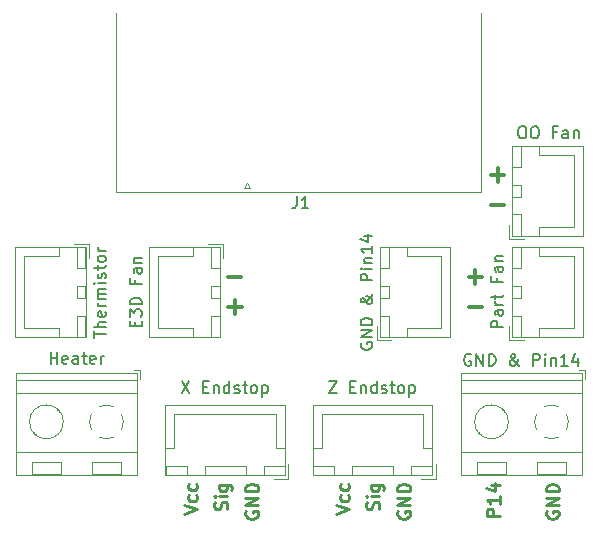
<source format=gbr>
%TF.GenerationSoftware,KiCad,Pcbnew,(5.0.2)-1*%
%TF.CreationDate,2019-02-14T19:53:03+01:00*%
%TF.ProjectId,VGA-Terminal_JSTXH,5647412d-5465-4726-9d69-6e616c5f4a53,rev?*%
%TF.SameCoordinates,Original*%
%TF.FileFunction,Legend,Top*%
%TF.FilePolarity,Positive*%
%FSLAX46Y46*%
G04 Gerber Fmt 4.6, Leading zero omitted, Abs format (unit mm)*
G04 Created by KiCad (PCBNEW (5.0.2)-1) date 14.02.2019 19:53:03*
%MOMM*%
%LPD*%
G01*
G04 APERTURE LIST*
%ADD10C,0.300000*%
%ADD11C,0.275000*%
%ADD12C,0.120000*%
%ADD13C,0.150000*%
G04 APERTURE END LIST*
D10*
X130921428Y-78607142D02*
X129778571Y-78607142D01*
X130951428Y-76057142D02*
X129808571Y-76057142D01*
X130380000Y-76628571D02*
X130380000Y-75485714D01*
X108701428Y-87227142D02*
X107558571Y-87227142D01*
X108130000Y-87798571D02*
X108130000Y-86655714D01*
X108681428Y-84647142D02*
X107538571Y-84647142D01*
X129061428Y-87267142D02*
X127918571Y-87267142D01*
X129061428Y-84677142D02*
X127918571Y-84677142D01*
X128490000Y-85248571D02*
X128490000Y-84105714D01*
D11*
X130537619Y-104927142D02*
X129437619Y-104927142D01*
X129437619Y-104508094D01*
X129490000Y-104403332D01*
X129542380Y-104350951D01*
X129647142Y-104298570D01*
X129804285Y-104298570D01*
X129909047Y-104350951D01*
X129961428Y-104403332D01*
X130013809Y-104508094D01*
X130013809Y-104927142D01*
X130537619Y-103250951D02*
X130537619Y-103879523D01*
X130537619Y-103565237D02*
X129437619Y-103565237D01*
X129594761Y-103669999D01*
X129699523Y-103774761D01*
X129751904Y-103879523D01*
X129804285Y-102308094D02*
X130537619Y-102308094D01*
X129385238Y-102569999D02*
X130170952Y-102831904D01*
X130170952Y-102150951D01*
X134520000Y-104518095D02*
X134467619Y-104622857D01*
X134467619Y-104780000D01*
X134520000Y-104937142D01*
X134624761Y-105041904D01*
X134729523Y-105094285D01*
X134939047Y-105146666D01*
X135096190Y-105146666D01*
X135305714Y-105094285D01*
X135410476Y-105041904D01*
X135515238Y-104937142D01*
X135567619Y-104780000D01*
X135567619Y-104675238D01*
X135515238Y-104518095D01*
X135462857Y-104465714D01*
X135096190Y-104465714D01*
X135096190Y-104675238D01*
X135567619Y-103994285D02*
X134467619Y-103994285D01*
X135567619Y-103365714D01*
X134467619Y-103365714D01*
X135567619Y-102841904D02*
X134467619Y-102841904D01*
X134467619Y-102580000D01*
X134520000Y-102422857D01*
X134624761Y-102318095D01*
X134729523Y-102265714D01*
X134939047Y-102213333D01*
X135096190Y-102213333D01*
X135305714Y-102265714D01*
X135410476Y-102318095D01*
X135515238Y-102422857D01*
X135567619Y-102580000D01*
X135567619Y-102841904D01*
X121930000Y-104508095D02*
X121877619Y-104612857D01*
X121877619Y-104770000D01*
X121930000Y-104927142D01*
X122034761Y-105031904D01*
X122139523Y-105084285D01*
X122349047Y-105136666D01*
X122506190Y-105136666D01*
X122715714Y-105084285D01*
X122820476Y-105031904D01*
X122925238Y-104927142D01*
X122977619Y-104770000D01*
X122977619Y-104665238D01*
X122925238Y-104508095D01*
X122872857Y-104455714D01*
X122506190Y-104455714D01*
X122506190Y-104665238D01*
X122977619Y-103984285D02*
X121877619Y-103984285D01*
X122977619Y-103355714D01*
X121877619Y-103355714D01*
X122977619Y-102831904D02*
X121877619Y-102831904D01*
X121877619Y-102570000D01*
X121930000Y-102412857D01*
X122034761Y-102308095D01*
X122139523Y-102255714D01*
X122349047Y-102203333D01*
X122506190Y-102203333D01*
X122715714Y-102255714D01*
X122820476Y-102308095D01*
X122925238Y-102412857D01*
X122977619Y-102570000D01*
X122977619Y-102831904D01*
X120295238Y-104350952D02*
X120347619Y-104193809D01*
X120347619Y-103931904D01*
X120295238Y-103827143D01*
X120242857Y-103774762D01*
X120138095Y-103722381D01*
X120033333Y-103722381D01*
X119928571Y-103774762D01*
X119876190Y-103827143D01*
X119823809Y-103931904D01*
X119771428Y-104141428D01*
X119719047Y-104246190D01*
X119666666Y-104298571D01*
X119561904Y-104350952D01*
X119457142Y-104350952D01*
X119352380Y-104298571D01*
X119300000Y-104246190D01*
X119247619Y-104141428D01*
X119247619Y-103879523D01*
X119300000Y-103722381D01*
X120347619Y-103250952D02*
X119614285Y-103250952D01*
X119247619Y-103250952D02*
X119300000Y-103303333D01*
X119352380Y-103250952D01*
X119300000Y-103198571D01*
X119247619Y-103250952D01*
X119352380Y-103250952D01*
X119614285Y-102255714D02*
X120504761Y-102255714D01*
X120609523Y-102308095D01*
X120661904Y-102360476D01*
X120714285Y-102465238D01*
X120714285Y-102622381D01*
X120661904Y-102727143D01*
X120295238Y-102255714D02*
X120347619Y-102360476D01*
X120347619Y-102570000D01*
X120295238Y-102674762D01*
X120242857Y-102727143D01*
X120138095Y-102779523D01*
X119823809Y-102779523D01*
X119719047Y-102727143D01*
X119666666Y-102674762D01*
X119614285Y-102570000D01*
X119614285Y-102360476D01*
X119666666Y-102255714D01*
X116687619Y-104717618D02*
X117787619Y-104350952D01*
X116687619Y-103984285D01*
X117735238Y-103146190D02*
X117787619Y-103250952D01*
X117787619Y-103460475D01*
X117735238Y-103565237D01*
X117682857Y-103617618D01*
X117578095Y-103669999D01*
X117263809Y-103669999D01*
X117159047Y-103617618D01*
X117106666Y-103565237D01*
X117054285Y-103460475D01*
X117054285Y-103250952D01*
X117106666Y-103146190D01*
X117735238Y-102203333D02*
X117787619Y-102308095D01*
X117787619Y-102517618D01*
X117735238Y-102622380D01*
X117682857Y-102674761D01*
X117578095Y-102727142D01*
X117263809Y-102727142D01*
X117159047Y-102674761D01*
X117106666Y-102622380D01*
X117054285Y-102517618D01*
X117054285Y-102308095D01*
X117106666Y-102203333D01*
X109070000Y-104508095D02*
X109017619Y-104612857D01*
X109017619Y-104770000D01*
X109070000Y-104927142D01*
X109174761Y-105031904D01*
X109279523Y-105084285D01*
X109489047Y-105136666D01*
X109646190Y-105136666D01*
X109855714Y-105084285D01*
X109960476Y-105031904D01*
X110065238Y-104927142D01*
X110117619Y-104770000D01*
X110117619Y-104665238D01*
X110065238Y-104508095D01*
X110012857Y-104455714D01*
X109646190Y-104455714D01*
X109646190Y-104665238D01*
X110117619Y-103984285D02*
X109017619Y-103984285D01*
X110117619Y-103355714D01*
X109017619Y-103355714D01*
X110117619Y-102831904D02*
X109017619Y-102831904D01*
X109017619Y-102570000D01*
X109070000Y-102412857D01*
X109174761Y-102308095D01*
X109279523Y-102255714D01*
X109489047Y-102203333D01*
X109646190Y-102203333D01*
X109855714Y-102255714D01*
X109960476Y-102308095D01*
X110065238Y-102412857D01*
X110117619Y-102570000D01*
X110117619Y-102831904D01*
X107435238Y-104350952D02*
X107487619Y-104193809D01*
X107487619Y-103931904D01*
X107435238Y-103827143D01*
X107382857Y-103774762D01*
X107278095Y-103722381D01*
X107173333Y-103722381D01*
X107068571Y-103774762D01*
X107016190Y-103827143D01*
X106963809Y-103931904D01*
X106911428Y-104141428D01*
X106859047Y-104246190D01*
X106806666Y-104298571D01*
X106701904Y-104350952D01*
X106597142Y-104350952D01*
X106492380Y-104298571D01*
X106440000Y-104246190D01*
X106387619Y-104141428D01*
X106387619Y-103879523D01*
X106440000Y-103722381D01*
X107487619Y-103250952D02*
X106754285Y-103250952D01*
X106387619Y-103250952D02*
X106440000Y-103303333D01*
X106492380Y-103250952D01*
X106440000Y-103198571D01*
X106387619Y-103250952D01*
X106492380Y-103250952D01*
X106754285Y-102255714D02*
X107644761Y-102255714D01*
X107749523Y-102308095D01*
X107801904Y-102360476D01*
X107854285Y-102465238D01*
X107854285Y-102622381D01*
X107801904Y-102727143D01*
X107435238Y-102255714D02*
X107487619Y-102360476D01*
X107487619Y-102570000D01*
X107435238Y-102674762D01*
X107382857Y-102727143D01*
X107278095Y-102779523D01*
X106963809Y-102779523D01*
X106859047Y-102727143D01*
X106806666Y-102674762D01*
X106754285Y-102570000D01*
X106754285Y-102360476D01*
X106806666Y-102255714D01*
X103827619Y-104717618D02*
X104927619Y-104350952D01*
X103827619Y-103984285D01*
X104875238Y-103146190D02*
X104927619Y-103250952D01*
X104927619Y-103460475D01*
X104875238Y-103565237D01*
X104822857Y-103617618D01*
X104718095Y-103669999D01*
X104403809Y-103669999D01*
X104299047Y-103617618D01*
X104246666Y-103565237D01*
X104194285Y-103460475D01*
X104194285Y-103250952D01*
X104246666Y-103146190D01*
X104875238Y-102203333D02*
X104927619Y-102308095D01*
X104927619Y-102517618D01*
X104875238Y-102622380D01*
X104822857Y-102674761D01*
X104718095Y-102727142D01*
X104403809Y-102727142D01*
X104299047Y-102674761D01*
X104246666Y-102622380D01*
X104194285Y-102517618D01*
X104194285Y-102308095D01*
X104246666Y-102203333D01*
D12*
X134303129Y-95664725D02*
G75*
G02X134930000Y-95520000I626871J-1285275D01*
G01*
X133644176Y-97577362D02*
G75*
G02X133644000Y-96323000I1285824J627362D01*
G01*
X135557362Y-98235824D02*
G75*
G02X134303000Y-98236000I-627362J1285824D01*
G01*
X136216611Y-96323254D02*
G75*
G02X136216000Y-97578000I-1286611J-626746D01*
G01*
X134905720Y-95519060D02*
G75*
G02X135558000Y-95664000I24280J-1430940D01*
G01*
X131280000Y-96950000D02*
G75*
G03X131280000Y-96950000I-1430000J0D01*
G01*
X137530000Y-93400000D02*
X127250000Y-93400000D01*
X137530000Y-94500000D02*
X127250000Y-94500000D01*
X137530000Y-99500000D02*
X127250000Y-99500000D01*
X137530000Y-101410000D02*
X127250000Y-101410000D01*
X137530000Y-92840000D02*
X127250000Y-92840000D01*
X137530000Y-101410000D02*
X137530000Y-92840000D01*
X127250000Y-101410000D02*
X127250000Y-92840000D01*
X136180000Y-101350000D02*
X133680000Y-101350000D01*
X136180000Y-100350000D02*
X133680000Y-100350000D01*
X136180000Y-101350000D02*
X136180000Y-100350000D01*
X133680000Y-101350000D02*
X133680000Y-100350000D01*
X128765000Y-97860000D02*
X128825000Y-97801000D01*
X130720000Y-95905000D02*
X130760000Y-95865000D01*
X128939000Y-98035000D02*
X128979000Y-97995000D01*
X130874000Y-96100000D02*
X130934000Y-96040000D01*
X131100000Y-101350000D02*
X128600000Y-101350000D01*
X131100000Y-100350000D02*
X128600000Y-100350000D01*
X131100000Y-101350000D02*
X131100000Y-100350000D01*
X128600000Y-101350000D02*
X128600000Y-100350000D01*
X137770000Y-93340000D02*
X137770000Y-92600000D01*
X137770000Y-92600000D02*
X137270000Y-92600000D01*
X131320000Y-81490000D02*
X132570000Y-81490000D01*
X131320000Y-80240000D02*
X131320000Y-81490000D01*
X136820000Y-74340000D02*
X136820000Y-77390000D01*
X133870000Y-74340000D02*
X136820000Y-74340000D01*
X133870000Y-73590000D02*
X133870000Y-74340000D01*
X136820000Y-80440000D02*
X136820000Y-77390000D01*
X133870000Y-80440000D02*
X136820000Y-80440000D01*
X133870000Y-81190000D02*
X133870000Y-80440000D01*
X131620000Y-73590000D02*
X131620000Y-75390000D01*
X132370000Y-73590000D02*
X131620000Y-73590000D01*
X132370000Y-75390000D02*
X132370000Y-73590000D01*
X131620000Y-75390000D02*
X132370000Y-75390000D01*
X131620000Y-79390000D02*
X131620000Y-81190000D01*
X132370000Y-79390000D02*
X131620000Y-79390000D01*
X132370000Y-81190000D02*
X132370000Y-79390000D01*
X131620000Y-81190000D02*
X132370000Y-81190000D01*
X131620000Y-76890000D02*
X131620000Y-77890000D01*
X132370000Y-76890000D02*
X131620000Y-76890000D01*
X132370000Y-77890000D02*
X132370000Y-76890000D01*
X131620000Y-77890000D02*
X132370000Y-77890000D01*
X131610000Y-73580000D02*
X131610000Y-81200000D01*
X137580000Y-73580000D02*
X131610000Y-73580000D01*
X137580000Y-81200000D02*
X137580000Y-73580000D01*
X131610000Y-81200000D02*
X137580000Y-81200000D01*
X131610000Y-89760000D02*
X137580000Y-89760000D01*
X137580000Y-89760000D02*
X137580000Y-82140000D01*
X137580000Y-82140000D02*
X131610000Y-82140000D01*
X131610000Y-82140000D02*
X131610000Y-89760000D01*
X131620000Y-86450000D02*
X132370000Y-86450000D01*
X132370000Y-86450000D02*
X132370000Y-85450000D01*
X132370000Y-85450000D02*
X131620000Y-85450000D01*
X131620000Y-85450000D02*
X131620000Y-86450000D01*
X131620000Y-89750000D02*
X132370000Y-89750000D01*
X132370000Y-89750000D02*
X132370000Y-87950000D01*
X132370000Y-87950000D02*
X131620000Y-87950000D01*
X131620000Y-87950000D02*
X131620000Y-89750000D01*
X131620000Y-83950000D02*
X132370000Y-83950000D01*
X132370000Y-83950000D02*
X132370000Y-82150000D01*
X132370000Y-82150000D02*
X131620000Y-82150000D01*
X131620000Y-82150000D02*
X131620000Y-83950000D01*
X133870000Y-89750000D02*
X133870000Y-89000000D01*
X133870000Y-89000000D02*
X136820000Y-89000000D01*
X136820000Y-89000000D02*
X136820000Y-85950000D01*
X133870000Y-82150000D02*
X133870000Y-82900000D01*
X133870000Y-82900000D02*
X136820000Y-82900000D01*
X136820000Y-82900000D02*
X136820000Y-85950000D01*
X131320000Y-88800000D02*
X131320000Y-90050000D01*
X131320000Y-90050000D02*
X132570000Y-90050000D01*
X120120000Y-90050000D02*
X121370000Y-90050000D01*
X120120000Y-88800000D02*
X120120000Y-90050000D01*
X125620000Y-82900000D02*
X125620000Y-85950000D01*
X122670000Y-82900000D02*
X125620000Y-82900000D01*
X122670000Y-82150000D02*
X122670000Y-82900000D01*
X125620000Y-89000000D02*
X125620000Y-85950000D01*
X122670000Y-89000000D02*
X125620000Y-89000000D01*
X122670000Y-89750000D02*
X122670000Y-89000000D01*
X120420000Y-82150000D02*
X120420000Y-83950000D01*
X121170000Y-82150000D02*
X120420000Y-82150000D01*
X121170000Y-83950000D02*
X121170000Y-82150000D01*
X120420000Y-83950000D02*
X121170000Y-83950000D01*
X120420000Y-87950000D02*
X120420000Y-89750000D01*
X121170000Y-87950000D02*
X120420000Y-87950000D01*
X121170000Y-89750000D02*
X121170000Y-87950000D01*
X120420000Y-89750000D02*
X121170000Y-89750000D01*
X120420000Y-85450000D02*
X120420000Y-86450000D01*
X121170000Y-85450000D02*
X120420000Y-85450000D01*
X121170000Y-86450000D02*
X121170000Y-85450000D01*
X120420000Y-86450000D02*
X121170000Y-86450000D01*
X120410000Y-82140000D02*
X120410000Y-89760000D01*
X126380000Y-82140000D02*
X120410000Y-82140000D01*
X126380000Y-89760000D02*
X126380000Y-82140000D01*
X120410000Y-89760000D02*
X126380000Y-89760000D01*
X106840000Y-82140000D02*
X100870000Y-82140000D01*
X100870000Y-82140000D02*
X100870000Y-89760000D01*
X100870000Y-89760000D02*
X106840000Y-89760000D01*
X106840000Y-89760000D02*
X106840000Y-82140000D01*
X106830000Y-85450000D02*
X106080000Y-85450000D01*
X106080000Y-85450000D02*
X106080000Y-86450000D01*
X106080000Y-86450000D02*
X106830000Y-86450000D01*
X106830000Y-86450000D02*
X106830000Y-85450000D01*
X106830000Y-82150000D02*
X106080000Y-82150000D01*
X106080000Y-82150000D02*
X106080000Y-83950000D01*
X106080000Y-83950000D02*
X106830000Y-83950000D01*
X106830000Y-83950000D02*
X106830000Y-82150000D01*
X106830000Y-87950000D02*
X106080000Y-87950000D01*
X106080000Y-87950000D02*
X106080000Y-89750000D01*
X106080000Y-89750000D02*
X106830000Y-89750000D01*
X106830000Y-89750000D02*
X106830000Y-87950000D01*
X104580000Y-82150000D02*
X104580000Y-82900000D01*
X104580000Y-82900000D02*
X101630000Y-82900000D01*
X101630000Y-82900000D02*
X101630000Y-85950000D01*
X104580000Y-89750000D02*
X104580000Y-89000000D01*
X104580000Y-89000000D02*
X101630000Y-89000000D01*
X101630000Y-89000000D02*
X101630000Y-85950000D01*
X107130000Y-83100000D02*
X107130000Y-81850000D01*
X107130000Y-81850000D02*
X105880000Y-81850000D01*
X125130000Y-101750000D02*
X125130000Y-100500000D01*
X123880000Y-101750000D02*
X125130000Y-101750000D01*
X115480000Y-96250000D02*
X119780000Y-96250000D01*
X115480000Y-99200000D02*
X115480000Y-96250000D01*
X114730000Y-99200000D02*
X115480000Y-99200000D01*
X124080000Y-96250000D02*
X119780000Y-96250000D01*
X124080000Y-99200000D02*
X124080000Y-96250000D01*
X124830000Y-99200000D02*
X124080000Y-99200000D01*
X114730000Y-101450000D02*
X116530000Y-101450000D01*
X114730000Y-100700000D02*
X114730000Y-101450000D01*
X116530000Y-100700000D02*
X114730000Y-100700000D01*
X116530000Y-101450000D02*
X116530000Y-100700000D01*
X123030000Y-101450000D02*
X124830000Y-101450000D01*
X123030000Y-100700000D02*
X123030000Y-101450000D01*
X124830000Y-100700000D02*
X123030000Y-100700000D01*
X124830000Y-101450000D02*
X124830000Y-100700000D01*
X118030000Y-101450000D02*
X121530000Y-101450000D01*
X118030000Y-100700000D02*
X118030000Y-101450000D01*
X121530000Y-100700000D02*
X118030000Y-100700000D01*
X121530000Y-101450000D02*
X121530000Y-100700000D01*
X114720000Y-101460000D02*
X124840000Y-101460000D01*
X114720000Y-95490000D02*
X114720000Y-101460000D01*
X124840000Y-95490000D02*
X114720000Y-95490000D01*
X124840000Y-101460000D02*
X124840000Y-95490000D01*
X112370000Y-101460000D02*
X112370000Y-95490000D01*
X112370000Y-95490000D02*
X102250000Y-95490000D01*
X102250000Y-95490000D02*
X102250000Y-101460000D01*
X102250000Y-101460000D02*
X112370000Y-101460000D01*
X109060000Y-101450000D02*
X109060000Y-100700000D01*
X109060000Y-100700000D02*
X105560000Y-100700000D01*
X105560000Y-100700000D02*
X105560000Y-101450000D01*
X105560000Y-101450000D02*
X109060000Y-101450000D01*
X112360000Y-101450000D02*
X112360000Y-100700000D01*
X112360000Y-100700000D02*
X110560000Y-100700000D01*
X110560000Y-100700000D02*
X110560000Y-101450000D01*
X110560000Y-101450000D02*
X112360000Y-101450000D01*
X104060000Y-101450000D02*
X104060000Y-100700000D01*
X104060000Y-100700000D02*
X102260000Y-100700000D01*
X102260000Y-100700000D02*
X102260000Y-101450000D01*
X102260000Y-101450000D02*
X104060000Y-101450000D01*
X112360000Y-99200000D02*
X111610000Y-99200000D01*
X111610000Y-99200000D02*
X111610000Y-96250000D01*
X111610000Y-96250000D02*
X107310000Y-96250000D01*
X102260000Y-99200000D02*
X103010000Y-99200000D01*
X103010000Y-99200000D02*
X103010000Y-96250000D01*
X103010000Y-96250000D02*
X107310000Y-96250000D01*
X111410000Y-101750000D02*
X112660000Y-101750000D01*
X112660000Y-101750000D02*
X112660000Y-100500000D01*
X95480000Y-82140000D02*
X89510000Y-82140000D01*
X89510000Y-82140000D02*
X89510000Y-89760000D01*
X89510000Y-89760000D02*
X95480000Y-89760000D01*
X95480000Y-89760000D02*
X95480000Y-82140000D01*
X95470000Y-85450000D02*
X94720000Y-85450000D01*
X94720000Y-85450000D02*
X94720000Y-86450000D01*
X94720000Y-86450000D02*
X95470000Y-86450000D01*
X95470000Y-86450000D02*
X95470000Y-85450000D01*
X95470000Y-82150000D02*
X94720000Y-82150000D01*
X94720000Y-82150000D02*
X94720000Y-83950000D01*
X94720000Y-83950000D02*
X95470000Y-83950000D01*
X95470000Y-83950000D02*
X95470000Y-82150000D01*
X95470000Y-87950000D02*
X94720000Y-87950000D01*
X94720000Y-87950000D02*
X94720000Y-89750000D01*
X94720000Y-89750000D02*
X95470000Y-89750000D01*
X95470000Y-89750000D02*
X95470000Y-87950000D01*
X93220000Y-82150000D02*
X93220000Y-82900000D01*
X93220000Y-82900000D02*
X90270000Y-82900000D01*
X90270000Y-82900000D02*
X90270000Y-85950000D01*
X93220000Y-89750000D02*
X93220000Y-89000000D01*
X93220000Y-89000000D02*
X90270000Y-89000000D01*
X90270000Y-89000000D02*
X90270000Y-85950000D01*
X95770000Y-83100000D02*
X95770000Y-81850000D01*
X95770000Y-81850000D02*
X94520000Y-81850000D01*
X96623129Y-95664725D02*
G75*
G02X97250000Y-95520000I626871J-1285275D01*
G01*
X95964176Y-97577362D02*
G75*
G02X95964000Y-96323000I1285824J627362D01*
G01*
X97877362Y-98235824D02*
G75*
G02X96623000Y-98236000I-627362J1285824D01*
G01*
X98536611Y-96323254D02*
G75*
G02X98536000Y-97578000I-1286611J-626746D01*
G01*
X97225720Y-95519060D02*
G75*
G02X97878000Y-95664000I24280J-1430940D01*
G01*
X93600000Y-96950000D02*
G75*
G03X93600000Y-96950000I-1430000J0D01*
G01*
X99850000Y-93400000D02*
X89570000Y-93400000D01*
X99850000Y-94500000D02*
X89570000Y-94500000D01*
X99850000Y-99500000D02*
X89570000Y-99500000D01*
X99850000Y-101410000D02*
X89570000Y-101410000D01*
X99850000Y-92840000D02*
X89570000Y-92840000D01*
X99850000Y-101410000D02*
X99850000Y-92840000D01*
X89570000Y-101410000D02*
X89570000Y-92840000D01*
X98500000Y-101350000D02*
X96000000Y-101350000D01*
X98500000Y-100350000D02*
X96000000Y-100350000D01*
X98500000Y-101350000D02*
X98500000Y-100350000D01*
X96000000Y-101350000D02*
X96000000Y-100350000D01*
X91085000Y-97860000D02*
X91145000Y-97801000D01*
X93040000Y-95905000D02*
X93080000Y-95865000D01*
X91259000Y-98035000D02*
X91299000Y-97995000D01*
X93194000Y-96100000D02*
X93254000Y-96040000D01*
X93420000Y-101350000D02*
X90920000Y-101350000D01*
X93420000Y-100350000D02*
X90920000Y-100350000D01*
X93420000Y-101350000D02*
X93420000Y-100350000D01*
X90920000Y-101350000D02*
X90920000Y-100350000D01*
X100090000Y-93340000D02*
X100090000Y-92600000D01*
X100090000Y-92600000D02*
X99590000Y-92600000D01*
X109190000Y-76701325D02*
X109440000Y-77134338D01*
X108940000Y-77134338D02*
X109190000Y-76701325D01*
X109440000Y-77134338D02*
X108940000Y-77134338D01*
X98020000Y-77490000D02*
X98020000Y-62350000D01*
X128990000Y-77490000D02*
X98020000Y-77490000D01*
X128990000Y-62350000D02*
X128990000Y-77490000D01*
D13*
X128104285Y-91240000D02*
X128009047Y-91192380D01*
X127866190Y-91192380D01*
X127723333Y-91240000D01*
X127628095Y-91335238D01*
X127580476Y-91430476D01*
X127532857Y-91620952D01*
X127532857Y-91763809D01*
X127580476Y-91954285D01*
X127628095Y-92049523D01*
X127723333Y-92144761D01*
X127866190Y-92192380D01*
X127961428Y-92192380D01*
X128104285Y-92144761D01*
X128151904Y-92097142D01*
X128151904Y-91763809D01*
X127961428Y-91763809D01*
X128580476Y-92192380D02*
X128580476Y-91192380D01*
X129151904Y-92192380D01*
X129151904Y-91192380D01*
X129628095Y-92192380D02*
X129628095Y-91192380D01*
X129866190Y-91192380D01*
X130009047Y-91240000D01*
X130104285Y-91335238D01*
X130151904Y-91430476D01*
X130199523Y-91620952D01*
X130199523Y-91763809D01*
X130151904Y-91954285D01*
X130104285Y-92049523D01*
X130009047Y-92144761D01*
X129866190Y-92192380D01*
X129628095Y-92192380D01*
X132199523Y-92192380D02*
X132151904Y-92192380D01*
X132056666Y-92144761D01*
X131913809Y-92001904D01*
X131675714Y-91716190D01*
X131580476Y-91573333D01*
X131532857Y-91430476D01*
X131532857Y-91335238D01*
X131580476Y-91240000D01*
X131675714Y-91192380D01*
X131723333Y-91192380D01*
X131818571Y-91240000D01*
X131866190Y-91335238D01*
X131866190Y-91382857D01*
X131818571Y-91478095D01*
X131770952Y-91525714D01*
X131485238Y-91716190D01*
X131437619Y-91763809D01*
X131390000Y-91859047D01*
X131390000Y-92001904D01*
X131437619Y-92097142D01*
X131485238Y-92144761D01*
X131580476Y-92192380D01*
X131723333Y-92192380D01*
X131818571Y-92144761D01*
X131866190Y-92097142D01*
X132009047Y-91906666D01*
X132056666Y-91763809D01*
X132056666Y-91668571D01*
X133390000Y-92192380D02*
X133390000Y-91192380D01*
X133770952Y-91192380D01*
X133866190Y-91240000D01*
X133913809Y-91287619D01*
X133961428Y-91382857D01*
X133961428Y-91525714D01*
X133913809Y-91620952D01*
X133866190Y-91668571D01*
X133770952Y-91716190D01*
X133390000Y-91716190D01*
X134390000Y-92192380D02*
X134390000Y-91525714D01*
X134390000Y-91192380D02*
X134342380Y-91240000D01*
X134390000Y-91287619D01*
X134437619Y-91240000D01*
X134390000Y-91192380D01*
X134390000Y-91287619D01*
X134866190Y-91525714D02*
X134866190Y-92192380D01*
X134866190Y-91620952D02*
X134913809Y-91573333D01*
X135009047Y-91525714D01*
X135151904Y-91525714D01*
X135247142Y-91573333D01*
X135294761Y-91668571D01*
X135294761Y-92192380D01*
X136294761Y-92192380D02*
X135723333Y-92192380D01*
X136009047Y-92192380D02*
X136009047Y-91192380D01*
X135913809Y-91335238D01*
X135818571Y-91430476D01*
X135723333Y-91478095D01*
X137151904Y-91525714D02*
X137151904Y-92192380D01*
X136913809Y-91144761D02*
X136675714Y-91859047D01*
X137294761Y-91859047D01*
X132376666Y-71932380D02*
X132567142Y-71932380D01*
X132662380Y-71980000D01*
X132757619Y-72075238D01*
X132805238Y-72265714D01*
X132805238Y-72599047D01*
X132757619Y-72789523D01*
X132662380Y-72884761D01*
X132567142Y-72932380D01*
X132376666Y-72932380D01*
X132281428Y-72884761D01*
X132186190Y-72789523D01*
X132138571Y-72599047D01*
X132138571Y-72265714D01*
X132186190Y-72075238D01*
X132281428Y-71980000D01*
X132376666Y-71932380D01*
X133424285Y-71932380D02*
X133614761Y-71932380D01*
X133710000Y-71980000D01*
X133805238Y-72075238D01*
X133852857Y-72265714D01*
X133852857Y-72599047D01*
X133805238Y-72789523D01*
X133710000Y-72884761D01*
X133614761Y-72932380D01*
X133424285Y-72932380D01*
X133329047Y-72884761D01*
X133233809Y-72789523D01*
X133186190Y-72599047D01*
X133186190Y-72265714D01*
X133233809Y-72075238D01*
X133329047Y-71980000D01*
X133424285Y-71932380D01*
X135376666Y-72408571D02*
X135043333Y-72408571D01*
X135043333Y-72932380D02*
X135043333Y-71932380D01*
X135519523Y-71932380D01*
X136329047Y-72932380D02*
X136329047Y-72408571D01*
X136281428Y-72313333D01*
X136186190Y-72265714D01*
X135995714Y-72265714D01*
X135900476Y-72313333D01*
X136329047Y-72884761D02*
X136233809Y-72932380D01*
X135995714Y-72932380D01*
X135900476Y-72884761D01*
X135852857Y-72789523D01*
X135852857Y-72694285D01*
X135900476Y-72599047D01*
X135995714Y-72551428D01*
X136233809Y-72551428D01*
X136329047Y-72503809D01*
X136805238Y-72265714D02*
X136805238Y-72932380D01*
X136805238Y-72360952D02*
X136852857Y-72313333D01*
X136948095Y-72265714D01*
X137090952Y-72265714D01*
X137186190Y-72313333D01*
X137233809Y-72408571D01*
X137233809Y-72932380D01*
X130822380Y-88943809D02*
X129822380Y-88943809D01*
X129822380Y-88562857D01*
X129870000Y-88467619D01*
X129917619Y-88420000D01*
X130012857Y-88372380D01*
X130155714Y-88372380D01*
X130250952Y-88420000D01*
X130298571Y-88467619D01*
X130346190Y-88562857D01*
X130346190Y-88943809D01*
X130822380Y-87515238D02*
X130298571Y-87515238D01*
X130203333Y-87562857D01*
X130155714Y-87658095D01*
X130155714Y-87848571D01*
X130203333Y-87943809D01*
X130774761Y-87515238D02*
X130822380Y-87610476D01*
X130822380Y-87848571D01*
X130774761Y-87943809D01*
X130679523Y-87991428D01*
X130584285Y-87991428D01*
X130489047Y-87943809D01*
X130441428Y-87848571D01*
X130441428Y-87610476D01*
X130393809Y-87515238D01*
X130822380Y-87039047D02*
X130155714Y-87039047D01*
X130346190Y-87039047D02*
X130250952Y-86991428D01*
X130203333Y-86943809D01*
X130155714Y-86848571D01*
X130155714Y-86753333D01*
X130155714Y-86562857D02*
X130155714Y-86181904D01*
X129822380Y-86420000D02*
X130679523Y-86420000D01*
X130774761Y-86372380D01*
X130822380Y-86277142D01*
X130822380Y-86181904D01*
X130298571Y-84753333D02*
X130298571Y-85086666D01*
X130822380Y-85086666D02*
X129822380Y-85086666D01*
X129822380Y-84610476D01*
X130822380Y-83800952D02*
X130298571Y-83800952D01*
X130203333Y-83848571D01*
X130155714Y-83943809D01*
X130155714Y-84134285D01*
X130203333Y-84229523D01*
X130774761Y-83800952D02*
X130822380Y-83896190D01*
X130822380Y-84134285D01*
X130774761Y-84229523D01*
X130679523Y-84277142D01*
X130584285Y-84277142D01*
X130489047Y-84229523D01*
X130441428Y-84134285D01*
X130441428Y-83896190D01*
X130393809Y-83800952D01*
X130155714Y-83324761D02*
X130822380Y-83324761D01*
X130250952Y-83324761D02*
X130203333Y-83277142D01*
X130155714Y-83181904D01*
X130155714Y-83039047D01*
X130203333Y-82943809D01*
X130298571Y-82896190D01*
X130822380Y-82896190D01*
X118810000Y-90255714D02*
X118762380Y-90350952D01*
X118762380Y-90493809D01*
X118810000Y-90636666D01*
X118905238Y-90731904D01*
X119000476Y-90779523D01*
X119190952Y-90827142D01*
X119333809Y-90827142D01*
X119524285Y-90779523D01*
X119619523Y-90731904D01*
X119714761Y-90636666D01*
X119762380Y-90493809D01*
X119762380Y-90398571D01*
X119714761Y-90255714D01*
X119667142Y-90208095D01*
X119333809Y-90208095D01*
X119333809Y-90398571D01*
X119762380Y-89779523D02*
X118762380Y-89779523D01*
X119762380Y-89208095D01*
X118762380Y-89208095D01*
X119762380Y-88731904D02*
X118762380Y-88731904D01*
X118762380Y-88493809D01*
X118810000Y-88350952D01*
X118905238Y-88255714D01*
X119000476Y-88208095D01*
X119190952Y-88160476D01*
X119333809Y-88160476D01*
X119524285Y-88208095D01*
X119619523Y-88255714D01*
X119714761Y-88350952D01*
X119762380Y-88493809D01*
X119762380Y-88731904D01*
X119762380Y-86160476D02*
X119762380Y-86208095D01*
X119714761Y-86303333D01*
X119571904Y-86446190D01*
X119286190Y-86684285D01*
X119143333Y-86779523D01*
X119000476Y-86827142D01*
X118905238Y-86827142D01*
X118810000Y-86779523D01*
X118762380Y-86684285D01*
X118762380Y-86636666D01*
X118810000Y-86541428D01*
X118905238Y-86493809D01*
X118952857Y-86493809D01*
X119048095Y-86541428D01*
X119095714Y-86589047D01*
X119286190Y-86874761D01*
X119333809Y-86922380D01*
X119429047Y-86970000D01*
X119571904Y-86970000D01*
X119667142Y-86922380D01*
X119714761Y-86874761D01*
X119762380Y-86779523D01*
X119762380Y-86636666D01*
X119714761Y-86541428D01*
X119667142Y-86493809D01*
X119476666Y-86350952D01*
X119333809Y-86303333D01*
X119238571Y-86303333D01*
X119762380Y-84970000D02*
X118762380Y-84970000D01*
X118762380Y-84589047D01*
X118810000Y-84493809D01*
X118857619Y-84446190D01*
X118952857Y-84398571D01*
X119095714Y-84398571D01*
X119190952Y-84446190D01*
X119238571Y-84493809D01*
X119286190Y-84589047D01*
X119286190Y-84970000D01*
X119762380Y-83970000D02*
X119095714Y-83970000D01*
X118762380Y-83970000D02*
X118810000Y-84017619D01*
X118857619Y-83970000D01*
X118810000Y-83922380D01*
X118762380Y-83970000D01*
X118857619Y-83970000D01*
X119095714Y-83493809D02*
X119762380Y-83493809D01*
X119190952Y-83493809D02*
X119143333Y-83446190D01*
X119095714Y-83350952D01*
X119095714Y-83208095D01*
X119143333Y-83112857D01*
X119238571Y-83065238D01*
X119762380Y-83065238D01*
X119762380Y-82065238D02*
X119762380Y-82636666D01*
X119762380Y-82350952D02*
X118762380Y-82350952D01*
X118905238Y-82446190D01*
X119000476Y-82541428D01*
X119048095Y-82636666D01*
X119095714Y-81208095D02*
X119762380Y-81208095D01*
X118714761Y-81446190D02*
X119429047Y-81684285D01*
X119429047Y-81065238D01*
X99708571Y-88854761D02*
X99708571Y-88521428D01*
X100232380Y-88378571D02*
X100232380Y-88854761D01*
X99232380Y-88854761D01*
X99232380Y-88378571D01*
X99232380Y-88045238D02*
X99232380Y-87426190D01*
X99613333Y-87759523D01*
X99613333Y-87616666D01*
X99660952Y-87521428D01*
X99708571Y-87473809D01*
X99803809Y-87426190D01*
X100041904Y-87426190D01*
X100137142Y-87473809D01*
X100184761Y-87521428D01*
X100232380Y-87616666D01*
X100232380Y-87902380D01*
X100184761Y-87997619D01*
X100137142Y-88045238D01*
X100232380Y-86997619D02*
X99232380Y-86997619D01*
X99232380Y-86759523D01*
X99280000Y-86616666D01*
X99375238Y-86521428D01*
X99470476Y-86473809D01*
X99660952Y-86426190D01*
X99803809Y-86426190D01*
X99994285Y-86473809D01*
X100089523Y-86521428D01*
X100184761Y-86616666D01*
X100232380Y-86759523D01*
X100232380Y-86997619D01*
X99708571Y-84902380D02*
X99708571Y-85235714D01*
X100232380Y-85235714D02*
X99232380Y-85235714D01*
X99232380Y-84759523D01*
X100232380Y-83950000D02*
X99708571Y-83950000D01*
X99613333Y-83997619D01*
X99565714Y-84092857D01*
X99565714Y-84283333D01*
X99613333Y-84378571D01*
X100184761Y-83950000D02*
X100232380Y-84045238D01*
X100232380Y-84283333D01*
X100184761Y-84378571D01*
X100089523Y-84426190D01*
X99994285Y-84426190D01*
X99899047Y-84378571D01*
X99851428Y-84283333D01*
X99851428Y-84045238D01*
X99803809Y-83950000D01*
X99565714Y-83473809D02*
X100232380Y-83473809D01*
X99660952Y-83473809D02*
X99613333Y-83426190D01*
X99565714Y-83330952D01*
X99565714Y-83188095D01*
X99613333Y-83092857D01*
X99708571Y-83045238D01*
X100232380Y-83045238D01*
X116083333Y-93512380D02*
X116750000Y-93512380D01*
X116083333Y-94512380D01*
X116750000Y-94512380D01*
X117892857Y-93988571D02*
X118226190Y-93988571D01*
X118369047Y-94512380D02*
X117892857Y-94512380D01*
X117892857Y-93512380D01*
X118369047Y-93512380D01*
X118797619Y-93845714D02*
X118797619Y-94512380D01*
X118797619Y-93940952D02*
X118845238Y-93893333D01*
X118940476Y-93845714D01*
X119083333Y-93845714D01*
X119178571Y-93893333D01*
X119226190Y-93988571D01*
X119226190Y-94512380D01*
X120130952Y-94512380D02*
X120130952Y-93512380D01*
X120130952Y-94464761D02*
X120035714Y-94512380D01*
X119845238Y-94512380D01*
X119750000Y-94464761D01*
X119702380Y-94417142D01*
X119654761Y-94321904D01*
X119654761Y-94036190D01*
X119702380Y-93940952D01*
X119750000Y-93893333D01*
X119845238Y-93845714D01*
X120035714Y-93845714D01*
X120130952Y-93893333D01*
X120559523Y-94464761D02*
X120654761Y-94512380D01*
X120845238Y-94512380D01*
X120940476Y-94464761D01*
X120988095Y-94369523D01*
X120988095Y-94321904D01*
X120940476Y-94226666D01*
X120845238Y-94179047D01*
X120702380Y-94179047D01*
X120607142Y-94131428D01*
X120559523Y-94036190D01*
X120559523Y-93988571D01*
X120607142Y-93893333D01*
X120702380Y-93845714D01*
X120845238Y-93845714D01*
X120940476Y-93893333D01*
X121273809Y-93845714D02*
X121654761Y-93845714D01*
X121416666Y-93512380D02*
X121416666Y-94369523D01*
X121464285Y-94464761D01*
X121559523Y-94512380D01*
X121654761Y-94512380D01*
X122130952Y-94512380D02*
X122035714Y-94464761D01*
X121988095Y-94417142D01*
X121940476Y-94321904D01*
X121940476Y-94036190D01*
X121988095Y-93940952D01*
X122035714Y-93893333D01*
X122130952Y-93845714D01*
X122273809Y-93845714D01*
X122369047Y-93893333D01*
X122416666Y-93940952D01*
X122464285Y-94036190D01*
X122464285Y-94321904D01*
X122416666Y-94417142D01*
X122369047Y-94464761D01*
X122273809Y-94512380D01*
X122130952Y-94512380D01*
X122892857Y-93845714D02*
X122892857Y-94845714D01*
X122892857Y-93893333D02*
X122988095Y-93845714D01*
X123178571Y-93845714D01*
X123273809Y-93893333D01*
X123321428Y-93940952D01*
X123369047Y-94036190D01*
X123369047Y-94321904D01*
X123321428Y-94417142D01*
X123273809Y-94464761D01*
X123178571Y-94512380D01*
X122988095Y-94512380D01*
X122892857Y-94464761D01*
X103613333Y-93512380D02*
X104280000Y-94512380D01*
X104280000Y-93512380D02*
X103613333Y-94512380D01*
X105422857Y-93988571D02*
X105756190Y-93988571D01*
X105899047Y-94512380D02*
X105422857Y-94512380D01*
X105422857Y-93512380D01*
X105899047Y-93512380D01*
X106327619Y-93845714D02*
X106327619Y-94512380D01*
X106327619Y-93940952D02*
X106375238Y-93893333D01*
X106470476Y-93845714D01*
X106613333Y-93845714D01*
X106708571Y-93893333D01*
X106756190Y-93988571D01*
X106756190Y-94512380D01*
X107660952Y-94512380D02*
X107660952Y-93512380D01*
X107660952Y-94464761D02*
X107565714Y-94512380D01*
X107375238Y-94512380D01*
X107280000Y-94464761D01*
X107232380Y-94417142D01*
X107184761Y-94321904D01*
X107184761Y-94036190D01*
X107232380Y-93940952D01*
X107280000Y-93893333D01*
X107375238Y-93845714D01*
X107565714Y-93845714D01*
X107660952Y-93893333D01*
X108089523Y-94464761D02*
X108184761Y-94512380D01*
X108375238Y-94512380D01*
X108470476Y-94464761D01*
X108518095Y-94369523D01*
X108518095Y-94321904D01*
X108470476Y-94226666D01*
X108375238Y-94179047D01*
X108232380Y-94179047D01*
X108137142Y-94131428D01*
X108089523Y-94036190D01*
X108089523Y-93988571D01*
X108137142Y-93893333D01*
X108232380Y-93845714D01*
X108375238Y-93845714D01*
X108470476Y-93893333D01*
X108803809Y-93845714D02*
X109184761Y-93845714D01*
X108946666Y-93512380D02*
X108946666Y-94369523D01*
X108994285Y-94464761D01*
X109089523Y-94512380D01*
X109184761Y-94512380D01*
X109660952Y-94512380D02*
X109565714Y-94464761D01*
X109518095Y-94417142D01*
X109470476Y-94321904D01*
X109470476Y-94036190D01*
X109518095Y-93940952D01*
X109565714Y-93893333D01*
X109660952Y-93845714D01*
X109803809Y-93845714D01*
X109899047Y-93893333D01*
X109946666Y-93940952D01*
X109994285Y-94036190D01*
X109994285Y-94321904D01*
X109946666Y-94417142D01*
X109899047Y-94464761D01*
X109803809Y-94512380D01*
X109660952Y-94512380D01*
X110422857Y-93845714D02*
X110422857Y-94845714D01*
X110422857Y-93893333D02*
X110518095Y-93845714D01*
X110708571Y-93845714D01*
X110803809Y-93893333D01*
X110851428Y-93940952D01*
X110899047Y-94036190D01*
X110899047Y-94321904D01*
X110851428Y-94417142D01*
X110803809Y-94464761D01*
X110708571Y-94512380D01*
X110518095Y-94512380D01*
X110422857Y-94464761D01*
X96192380Y-89823333D02*
X96192380Y-89251904D01*
X97192380Y-89537619D02*
X96192380Y-89537619D01*
X97192380Y-88918571D02*
X96192380Y-88918571D01*
X97192380Y-88490000D02*
X96668571Y-88490000D01*
X96573333Y-88537619D01*
X96525714Y-88632857D01*
X96525714Y-88775714D01*
X96573333Y-88870952D01*
X96620952Y-88918571D01*
X97144761Y-87632857D02*
X97192380Y-87728095D01*
X97192380Y-87918571D01*
X97144761Y-88013809D01*
X97049523Y-88061428D01*
X96668571Y-88061428D01*
X96573333Y-88013809D01*
X96525714Y-87918571D01*
X96525714Y-87728095D01*
X96573333Y-87632857D01*
X96668571Y-87585238D01*
X96763809Y-87585238D01*
X96859047Y-88061428D01*
X97192380Y-87156666D02*
X96525714Y-87156666D01*
X96716190Y-87156666D02*
X96620952Y-87109047D01*
X96573333Y-87061428D01*
X96525714Y-86966190D01*
X96525714Y-86870952D01*
X97192380Y-86537619D02*
X96525714Y-86537619D01*
X96620952Y-86537619D02*
X96573333Y-86490000D01*
X96525714Y-86394761D01*
X96525714Y-86251904D01*
X96573333Y-86156666D01*
X96668571Y-86109047D01*
X97192380Y-86109047D01*
X96668571Y-86109047D02*
X96573333Y-86061428D01*
X96525714Y-85966190D01*
X96525714Y-85823333D01*
X96573333Y-85728095D01*
X96668571Y-85680476D01*
X97192380Y-85680476D01*
X97192380Y-85204285D02*
X96525714Y-85204285D01*
X96192380Y-85204285D02*
X96240000Y-85251904D01*
X96287619Y-85204285D01*
X96240000Y-85156666D01*
X96192380Y-85204285D01*
X96287619Y-85204285D01*
X97144761Y-84775714D02*
X97192380Y-84680476D01*
X97192380Y-84490000D01*
X97144761Y-84394761D01*
X97049523Y-84347142D01*
X97001904Y-84347142D01*
X96906666Y-84394761D01*
X96859047Y-84490000D01*
X96859047Y-84632857D01*
X96811428Y-84728095D01*
X96716190Y-84775714D01*
X96668571Y-84775714D01*
X96573333Y-84728095D01*
X96525714Y-84632857D01*
X96525714Y-84490000D01*
X96573333Y-84394761D01*
X96525714Y-84061428D02*
X96525714Y-83680476D01*
X96192380Y-83918571D02*
X97049523Y-83918571D01*
X97144761Y-83870952D01*
X97192380Y-83775714D01*
X97192380Y-83680476D01*
X97192380Y-83204285D02*
X97144761Y-83299523D01*
X97097142Y-83347142D01*
X97001904Y-83394761D01*
X96716190Y-83394761D01*
X96620952Y-83347142D01*
X96573333Y-83299523D01*
X96525714Y-83204285D01*
X96525714Y-83061428D01*
X96573333Y-82966190D01*
X96620952Y-82918571D01*
X96716190Y-82870952D01*
X97001904Y-82870952D01*
X97097142Y-82918571D01*
X97144761Y-82966190D01*
X97192380Y-83061428D01*
X97192380Y-83204285D01*
X97192380Y-82442380D02*
X96525714Y-82442380D01*
X96716190Y-82442380D02*
X96620952Y-82394761D01*
X96573333Y-82347142D01*
X96525714Y-82251904D01*
X96525714Y-82156666D01*
X92519523Y-92032380D02*
X92519523Y-91032380D01*
X92519523Y-91508571D02*
X93090952Y-91508571D01*
X93090952Y-92032380D02*
X93090952Y-91032380D01*
X93948095Y-91984761D02*
X93852857Y-92032380D01*
X93662380Y-92032380D01*
X93567142Y-91984761D01*
X93519523Y-91889523D01*
X93519523Y-91508571D01*
X93567142Y-91413333D01*
X93662380Y-91365714D01*
X93852857Y-91365714D01*
X93948095Y-91413333D01*
X93995714Y-91508571D01*
X93995714Y-91603809D01*
X93519523Y-91699047D01*
X94852857Y-92032380D02*
X94852857Y-91508571D01*
X94805238Y-91413333D01*
X94710000Y-91365714D01*
X94519523Y-91365714D01*
X94424285Y-91413333D01*
X94852857Y-91984761D02*
X94757619Y-92032380D01*
X94519523Y-92032380D01*
X94424285Y-91984761D01*
X94376666Y-91889523D01*
X94376666Y-91794285D01*
X94424285Y-91699047D01*
X94519523Y-91651428D01*
X94757619Y-91651428D01*
X94852857Y-91603809D01*
X95186190Y-91365714D02*
X95567142Y-91365714D01*
X95329047Y-91032380D02*
X95329047Y-91889523D01*
X95376666Y-91984761D01*
X95471904Y-92032380D01*
X95567142Y-92032380D01*
X96281428Y-91984761D02*
X96186190Y-92032380D01*
X95995714Y-92032380D01*
X95900476Y-91984761D01*
X95852857Y-91889523D01*
X95852857Y-91508571D01*
X95900476Y-91413333D01*
X95995714Y-91365714D01*
X96186190Y-91365714D01*
X96281428Y-91413333D01*
X96329047Y-91508571D01*
X96329047Y-91603809D01*
X95852857Y-91699047D01*
X96757619Y-92032380D02*
X96757619Y-91365714D01*
X96757619Y-91556190D02*
X96805238Y-91460952D01*
X96852857Y-91413333D01*
X96948095Y-91365714D01*
X97043333Y-91365714D01*
X113356666Y-77852380D02*
X113356666Y-78566666D01*
X113309047Y-78709523D01*
X113213809Y-78804761D01*
X113070952Y-78852380D01*
X112975714Y-78852380D01*
X114356666Y-78852380D02*
X113785238Y-78852380D01*
X114070952Y-78852380D02*
X114070952Y-77852380D01*
X113975714Y-77995238D01*
X113880476Y-78090476D01*
X113785238Y-78138095D01*
M02*

</source>
